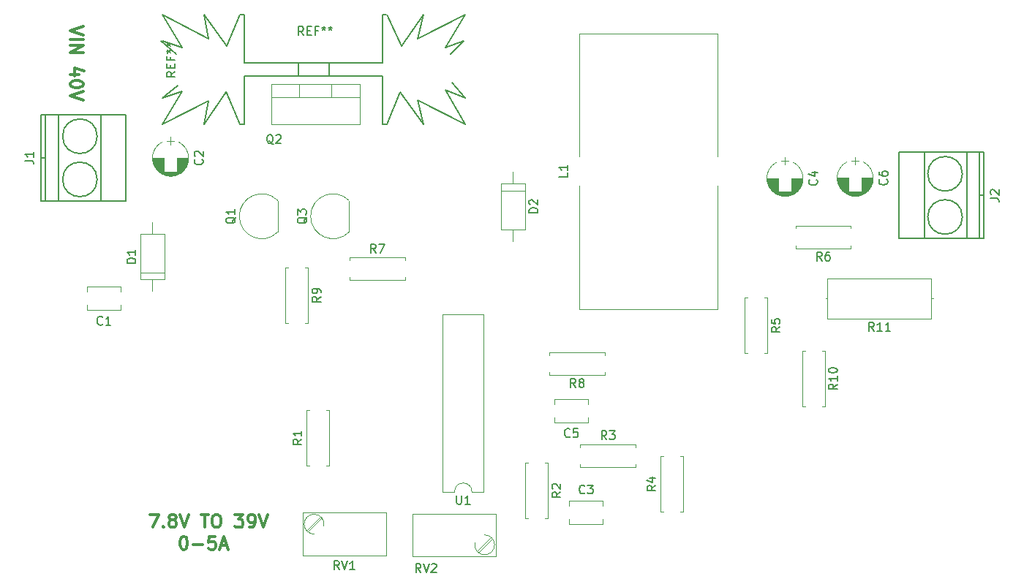
<source format=gbr>
G04 #@! TF.FileFunction,Legend,Top*
%FSLAX46Y46*%
G04 Gerber Fmt 4.6, Leading zero omitted, Abs format (unit mm)*
G04 Created by KiCad (PCBNEW 4.0.6) date 09/23/17 02:02:46*
%MOMM*%
%LPD*%
G01*
G04 APERTURE LIST*
%ADD10C,0.100000*%
%ADD11C,0.300000*%
%ADD12C,0.120000*%
%ADD13C,0.150000*%
G04 APERTURE END LIST*
D10*
D11*
X90572487Y-102449971D02*
X91572487Y-102449971D01*
X90929630Y-103949971D01*
X92143915Y-103807114D02*
X92215343Y-103878543D01*
X92143915Y-103949971D01*
X92072486Y-103878543D01*
X92143915Y-103807114D01*
X92143915Y-103949971D01*
X93072487Y-103092829D02*
X92929629Y-103021400D01*
X92858201Y-102949971D01*
X92786772Y-102807114D01*
X92786772Y-102735686D01*
X92858201Y-102592829D01*
X92929629Y-102521400D01*
X93072487Y-102449971D01*
X93358201Y-102449971D01*
X93501058Y-102521400D01*
X93572487Y-102592829D01*
X93643915Y-102735686D01*
X93643915Y-102807114D01*
X93572487Y-102949971D01*
X93501058Y-103021400D01*
X93358201Y-103092829D01*
X93072487Y-103092829D01*
X92929629Y-103164257D01*
X92858201Y-103235686D01*
X92786772Y-103378543D01*
X92786772Y-103664257D01*
X92858201Y-103807114D01*
X92929629Y-103878543D01*
X93072487Y-103949971D01*
X93358201Y-103949971D01*
X93501058Y-103878543D01*
X93572487Y-103807114D01*
X93643915Y-103664257D01*
X93643915Y-103378543D01*
X93572487Y-103235686D01*
X93501058Y-103164257D01*
X93358201Y-103092829D01*
X94072486Y-102449971D02*
X94572486Y-103949971D01*
X95072486Y-102449971D01*
X96501057Y-102449971D02*
X97358200Y-102449971D01*
X96929629Y-103949971D02*
X96929629Y-102449971D01*
X98143914Y-102449971D02*
X98429628Y-102449971D01*
X98572486Y-102521400D01*
X98715343Y-102664257D01*
X98786771Y-102949971D01*
X98786771Y-103449971D01*
X98715343Y-103735686D01*
X98572486Y-103878543D01*
X98429628Y-103949971D01*
X98143914Y-103949971D01*
X98001057Y-103878543D01*
X97858200Y-103735686D01*
X97786771Y-103449971D01*
X97786771Y-102949971D01*
X97858200Y-102664257D01*
X98001057Y-102521400D01*
X98143914Y-102449971D01*
X100429629Y-102449971D02*
X101358200Y-102449971D01*
X100858200Y-103021400D01*
X101072486Y-103021400D01*
X101215343Y-103092829D01*
X101286772Y-103164257D01*
X101358200Y-103307114D01*
X101358200Y-103664257D01*
X101286772Y-103807114D01*
X101215343Y-103878543D01*
X101072486Y-103949971D01*
X100643914Y-103949971D01*
X100501057Y-103878543D01*
X100429629Y-103807114D01*
X102072485Y-103949971D02*
X102358200Y-103949971D01*
X102501057Y-103878543D01*
X102572485Y-103807114D01*
X102715343Y-103592829D01*
X102786771Y-103307114D01*
X102786771Y-102735686D01*
X102715343Y-102592829D01*
X102643914Y-102521400D01*
X102501057Y-102449971D01*
X102215343Y-102449971D01*
X102072485Y-102521400D01*
X102001057Y-102592829D01*
X101929628Y-102735686D01*
X101929628Y-103092829D01*
X102001057Y-103235686D01*
X102072485Y-103307114D01*
X102215343Y-103378543D01*
X102501057Y-103378543D01*
X102643914Y-103307114D01*
X102715343Y-103235686D01*
X102786771Y-103092829D01*
X103215342Y-102449971D02*
X103715342Y-103949971D01*
X104215342Y-102449971D01*
X94429629Y-104999971D02*
X94572486Y-104999971D01*
X94715343Y-105071400D01*
X94786772Y-105142829D01*
X94858201Y-105285686D01*
X94929629Y-105571400D01*
X94929629Y-105928543D01*
X94858201Y-106214257D01*
X94786772Y-106357114D01*
X94715343Y-106428543D01*
X94572486Y-106499971D01*
X94429629Y-106499971D01*
X94286772Y-106428543D01*
X94215343Y-106357114D01*
X94143915Y-106214257D01*
X94072486Y-105928543D01*
X94072486Y-105571400D01*
X94143915Y-105285686D01*
X94215343Y-105142829D01*
X94286772Y-105071400D01*
X94429629Y-104999971D01*
X95572486Y-105928543D02*
X96715343Y-105928543D01*
X98143915Y-104999971D02*
X97429629Y-104999971D01*
X97358200Y-105714257D01*
X97429629Y-105642829D01*
X97572486Y-105571400D01*
X97929629Y-105571400D01*
X98072486Y-105642829D01*
X98143915Y-105714257D01*
X98215343Y-105857114D01*
X98215343Y-106214257D01*
X98143915Y-106357114D01*
X98072486Y-106428543D01*
X97929629Y-106499971D01*
X97572486Y-106499971D01*
X97429629Y-106428543D01*
X97358200Y-106357114D01*
X98786771Y-106071400D02*
X99501057Y-106071400D01*
X98643914Y-106499971D02*
X99143914Y-104999971D01*
X99643914Y-106499971D01*
X82863429Y-45904686D02*
X81363429Y-46404686D01*
X82863429Y-46904686D01*
X81363429Y-47404686D02*
X82863429Y-47404686D01*
X81363429Y-48118972D02*
X82863429Y-48118972D01*
X81363429Y-48976115D01*
X82863429Y-48976115D01*
X82363429Y-51476115D02*
X81363429Y-51476115D01*
X82934857Y-51118972D02*
X81863429Y-50761829D01*
X81863429Y-51690401D01*
X82863429Y-52547543D02*
X82863429Y-52690400D01*
X82792000Y-52833257D01*
X82720571Y-52904686D01*
X82577714Y-52976115D01*
X82292000Y-53047543D01*
X81934857Y-53047543D01*
X81649143Y-52976115D01*
X81506286Y-52904686D01*
X81434857Y-52833257D01*
X81363429Y-52690400D01*
X81363429Y-52547543D01*
X81434857Y-52404686D01*
X81506286Y-52333257D01*
X81649143Y-52261829D01*
X81934857Y-52190400D01*
X82292000Y-52190400D01*
X82577714Y-52261829D01*
X82720571Y-52333257D01*
X82792000Y-52404686D01*
X82863429Y-52547543D01*
X82863429Y-53476114D02*
X81363429Y-53976114D01*
X82863429Y-54476114D01*
D12*
X87222400Y-78804600D02*
X83302400Y-78804600D01*
X87222400Y-76084600D02*
X83302400Y-76084600D01*
X87222400Y-78804600D02*
X87222400Y-78194600D01*
X87222400Y-76694600D02*
X87222400Y-76084600D01*
X83302400Y-78804600D02*
X83302400Y-78194600D01*
X83302400Y-76694600D02*
X83302400Y-76084600D01*
X93943170Y-63023036D02*
G75*
G03X93944000Y-59330604I-979170J1846436D01*
G01*
X91984830Y-63023036D02*
G75*
G02X91984000Y-59330604I979170J1846436D01*
G01*
X91984830Y-63023036D02*
G75*
G03X93944000Y-63022596I979170J1846436D01*
G01*
X92184000Y-61176600D02*
X90914000Y-61176600D01*
X95014000Y-61176600D02*
X93744000Y-61176600D01*
X95014000Y-61216600D02*
X93744000Y-61216600D01*
X92184000Y-61216600D02*
X90914000Y-61216600D01*
X95013000Y-61256600D02*
X93744000Y-61256600D01*
X92184000Y-61256600D02*
X90915000Y-61256600D01*
X95011000Y-61296600D02*
X93744000Y-61296600D01*
X92184000Y-61296600D02*
X90917000Y-61296600D01*
X95008000Y-61336600D02*
X93744000Y-61336600D01*
X92184000Y-61336600D02*
X90920000Y-61336600D01*
X95005000Y-61376600D02*
X93744000Y-61376600D01*
X92184000Y-61376600D02*
X90923000Y-61376600D01*
X95001000Y-61416600D02*
X93744000Y-61416600D01*
X92184000Y-61416600D02*
X90927000Y-61416600D01*
X94996000Y-61456600D02*
X93744000Y-61456600D01*
X92184000Y-61456600D02*
X90932000Y-61456600D01*
X94990000Y-61496600D02*
X93744000Y-61496600D01*
X92184000Y-61496600D02*
X90938000Y-61496600D01*
X94983000Y-61536600D02*
X93744000Y-61536600D01*
X92184000Y-61536600D02*
X90945000Y-61536600D01*
X94976000Y-61576600D02*
X93744000Y-61576600D01*
X92184000Y-61576600D02*
X90952000Y-61576600D01*
X94968000Y-61616600D02*
X93744000Y-61616600D01*
X92184000Y-61616600D02*
X90960000Y-61616600D01*
X94959000Y-61656600D02*
X93744000Y-61656600D01*
X92184000Y-61656600D02*
X90969000Y-61656600D01*
X94949000Y-61696600D02*
X93744000Y-61696600D01*
X92184000Y-61696600D02*
X90979000Y-61696600D01*
X94938000Y-61736600D02*
X93744000Y-61736600D01*
X92184000Y-61736600D02*
X90990000Y-61736600D01*
X94927000Y-61776600D02*
X93744000Y-61776600D01*
X92184000Y-61776600D02*
X91001000Y-61776600D01*
X94914000Y-61816600D02*
X93744000Y-61816600D01*
X92184000Y-61816600D02*
X91014000Y-61816600D01*
X94901000Y-61856600D02*
X93744000Y-61856600D01*
X92184000Y-61856600D02*
X91027000Y-61856600D01*
X94887000Y-61897600D02*
X93744000Y-61897600D01*
X92184000Y-61897600D02*
X91041000Y-61897600D01*
X94871000Y-61937600D02*
X93744000Y-61937600D01*
X92184000Y-61937600D02*
X91057000Y-61937600D01*
X94855000Y-61977600D02*
X93744000Y-61977600D01*
X92184000Y-61977600D02*
X91073000Y-61977600D01*
X94838000Y-62017600D02*
X93744000Y-62017600D01*
X92184000Y-62017600D02*
X91090000Y-62017600D01*
X94820000Y-62057600D02*
X93744000Y-62057600D01*
X92184000Y-62057600D02*
X91108000Y-62057600D01*
X94801000Y-62097600D02*
X93744000Y-62097600D01*
X92184000Y-62097600D02*
X91127000Y-62097600D01*
X94781000Y-62137600D02*
X93744000Y-62137600D01*
X92184000Y-62137600D02*
X91147000Y-62137600D01*
X94760000Y-62177600D02*
X93744000Y-62177600D01*
X92184000Y-62177600D02*
X91168000Y-62177600D01*
X94737000Y-62217600D02*
X93744000Y-62217600D01*
X92184000Y-62217600D02*
X91191000Y-62217600D01*
X94714000Y-62257600D02*
X93744000Y-62257600D01*
X92184000Y-62257600D02*
X91214000Y-62257600D01*
X94689000Y-62297600D02*
X93744000Y-62297600D01*
X92184000Y-62297600D02*
X91239000Y-62297600D01*
X94663000Y-62337600D02*
X93744000Y-62337600D01*
X92184000Y-62337600D02*
X91265000Y-62337600D01*
X94636000Y-62377600D02*
X93744000Y-62377600D01*
X92184000Y-62377600D02*
X91292000Y-62377600D01*
X94607000Y-62417600D02*
X93744000Y-62417600D01*
X92184000Y-62417600D02*
X91321000Y-62417600D01*
X94577000Y-62457600D02*
X93744000Y-62457600D01*
X92184000Y-62457600D02*
X91351000Y-62457600D01*
X94545000Y-62497600D02*
X93744000Y-62497600D01*
X92184000Y-62497600D02*
X91383000Y-62497600D01*
X94511000Y-62537600D02*
X93744000Y-62537600D01*
X92184000Y-62537600D02*
X91417000Y-62537600D01*
X94476000Y-62577600D02*
X93744000Y-62577600D01*
X92184000Y-62577600D02*
X91452000Y-62577600D01*
X94439000Y-62617600D02*
X93744000Y-62617600D01*
X92184000Y-62617600D02*
X91489000Y-62617600D01*
X94400000Y-62657600D02*
X93744000Y-62657600D01*
X92184000Y-62657600D02*
X91528000Y-62657600D01*
X94359000Y-62697600D02*
X93744000Y-62697600D01*
X92184000Y-62697600D02*
X91569000Y-62697600D01*
X94315000Y-62737600D02*
X91613000Y-62737600D01*
X94269000Y-62777600D02*
X91659000Y-62777600D01*
X94220000Y-62817600D02*
X91708000Y-62817600D01*
X94168000Y-62857600D02*
X91760000Y-62857600D01*
X94112000Y-62897600D02*
X91816000Y-62897600D01*
X94052000Y-62937600D02*
X91876000Y-62937600D01*
X93987000Y-62977600D02*
X91941000Y-62977600D01*
X93916000Y-63017600D02*
X92012000Y-63017600D01*
X93838000Y-63057600D02*
X92090000Y-63057600D01*
X93750000Y-63097600D02*
X92178000Y-63097600D01*
X93650000Y-63137600D02*
X92278000Y-63137600D01*
X93531000Y-63177600D02*
X92397000Y-63177600D01*
X93379000Y-63217600D02*
X92549000Y-63217600D01*
X93129000Y-63257600D02*
X92799000Y-63257600D01*
X92964000Y-58726600D02*
X92964000Y-59626600D01*
X93414000Y-59176600D02*
X92514000Y-59176600D01*
X139117000Y-100849600D02*
X143037000Y-100849600D01*
X139117000Y-103569600D02*
X143037000Y-103569600D01*
X139117000Y-100849600D02*
X139117000Y-101459600D01*
X139117000Y-102959600D02*
X139117000Y-103569600D01*
X143037000Y-100849600D02*
X143037000Y-101459600D01*
X143037000Y-102959600D02*
X143037000Y-103569600D01*
X165063170Y-65359836D02*
G75*
G03X165064000Y-61667404I-979170J1846436D01*
G01*
X163104830Y-65359836D02*
G75*
G02X163104000Y-61667404I979170J1846436D01*
G01*
X163104830Y-65359836D02*
G75*
G03X165064000Y-65359396I979170J1846436D01*
G01*
X163304000Y-63513400D02*
X162034000Y-63513400D01*
X166134000Y-63513400D02*
X164864000Y-63513400D01*
X166134000Y-63553400D02*
X164864000Y-63553400D01*
X163304000Y-63553400D02*
X162034000Y-63553400D01*
X166133000Y-63593400D02*
X164864000Y-63593400D01*
X163304000Y-63593400D02*
X162035000Y-63593400D01*
X166131000Y-63633400D02*
X164864000Y-63633400D01*
X163304000Y-63633400D02*
X162037000Y-63633400D01*
X166128000Y-63673400D02*
X164864000Y-63673400D01*
X163304000Y-63673400D02*
X162040000Y-63673400D01*
X166125000Y-63713400D02*
X164864000Y-63713400D01*
X163304000Y-63713400D02*
X162043000Y-63713400D01*
X166121000Y-63753400D02*
X164864000Y-63753400D01*
X163304000Y-63753400D02*
X162047000Y-63753400D01*
X166116000Y-63793400D02*
X164864000Y-63793400D01*
X163304000Y-63793400D02*
X162052000Y-63793400D01*
X166110000Y-63833400D02*
X164864000Y-63833400D01*
X163304000Y-63833400D02*
X162058000Y-63833400D01*
X166103000Y-63873400D02*
X164864000Y-63873400D01*
X163304000Y-63873400D02*
X162065000Y-63873400D01*
X166096000Y-63913400D02*
X164864000Y-63913400D01*
X163304000Y-63913400D02*
X162072000Y-63913400D01*
X166088000Y-63953400D02*
X164864000Y-63953400D01*
X163304000Y-63953400D02*
X162080000Y-63953400D01*
X166079000Y-63993400D02*
X164864000Y-63993400D01*
X163304000Y-63993400D02*
X162089000Y-63993400D01*
X166069000Y-64033400D02*
X164864000Y-64033400D01*
X163304000Y-64033400D02*
X162099000Y-64033400D01*
X166058000Y-64073400D02*
X164864000Y-64073400D01*
X163304000Y-64073400D02*
X162110000Y-64073400D01*
X166047000Y-64113400D02*
X164864000Y-64113400D01*
X163304000Y-64113400D02*
X162121000Y-64113400D01*
X166034000Y-64153400D02*
X164864000Y-64153400D01*
X163304000Y-64153400D02*
X162134000Y-64153400D01*
X166021000Y-64193400D02*
X164864000Y-64193400D01*
X163304000Y-64193400D02*
X162147000Y-64193400D01*
X166007000Y-64234400D02*
X164864000Y-64234400D01*
X163304000Y-64234400D02*
X162161000Y-64234400D01*
X165991000Y-64274400D02*
X164864000Y-64274400D01*
X163304000Y-64274400D02*
X162177000Y-64274400D01*
X165975000Y-64314400D02*
X164864000Y-64314400D01*
X163304000Y-64314400D02*
X162193000Y-64314400D01*
X165958000Y-64354400D02*
X164864000Y-64354400D01*
X163304000Y-64354400D02*
X162210000Y-64354400D01*
X165940000Y-64394400D02*
X164864000Y-64394400D01*
X163304000Y-64394400D02*
X162228000Y-64394400D01*
X165921000Y-64434400D02*
X164864000Y-64434400D01*
X163304000Y-64434400D02*
X162247000Y-64434400D01*
X165901000Y-64474400D02*
X164864000Y-64474400D01*
X163304000Y-64474400D02*
X162267000Y-64474400D01*
X165880000Y-64514400D02*
X164864000Y-64514400D01*
X163304000Y-64514400D02*
X162288000Y-64514400D01*
X165857000Y-64554400D02*
X164864000Y-64554400D01*
X163304000Y-64554400D02*
X162311000Y-64554400D01*
X165834000Y-64594400D02*
X164864000Y-64594400D01*
X163304000Y-64594400D02*
X162334000Y-64594400D01*
X165809000Y-64634400D02*
X164864000Y-64634400D01*
X163304000Y-64634400D02*
X162359000Y-64634400D01*
X165783000Y-64674400D02*
X164864000Y-64674400D01*
X163304000Y-64674400D02*
X162385000Y-64674400D01*
X165756000Y-64714400D02*
X164864000Y-64714400D01*
X163304000Y-64714400D02*
X162412000Y-64714400D01*
X165727000Y-64754400D02*
X164864000Y-64754400D01*
X163304000Y-64754400D02*
X162441000Y-64754400D01*
X165697000Y-64794400D02*
X164864000Y-64794400D01*
X163304000Y-64794400D02*
X162471000Y-64794400D01*
X165665000Y-64834400D02*
X164864000Y-64834400D01*
X163304000Y-64834400D02*
X162503000Y-64834400D01*
X165631000Y-64874400D02*
X164864000Y-64874400D01*
X163304000Y-64874400D02*
X162537000Y-64874400D01*
X165596000Y-64914400D02*
X164864000Y-64914400D01*
X163304000Y-64914400D02*
X162572000Y-64914400D01*
X165559000Y-64954400D02*
X164864000Y-64954400D01*
X163304000Y-64954400D02*
X162609000Y-64954400D01*
X165520000Y-64994400D02*
X164864000Y-64994400D01*
X163304000Y-64994400D02*
X162648000Y-64994400D01*
X165479000Y-65034400D02*
X164864000Y-65034400D01*
X163304000Y-65034400D02*
X162689000Y-65034400D01*
X165435000Y-65074400D02*
X162733000Y-65074400D01*
X165389000Y-65114400D02*
X162779000Y-65114400D01*
X165340000Y-65154400D02*
X162828000Y-65154400D01*
X165288000Y-65194400D02*
X162880000Y-65194400D01*
X165232000Y-65234400D02*
X162936000Y-65234400D01*
X165172000Y-65274400D02*
X162996000Y-65274400D01*
X165107000Y-65314400D02*
X163061000Y-65314400D01*
X165036000Y-65354400D02*
X163132000Y-65354400D01*
X164958000Y-65394400D02*
X163210000Y-65394400D01*
X164870000Y-65434400D02*
X163298000Y-65434400D01*
X164770000Y-65474400D02*
X163398000Y-65474400D01*
X164651000Y-65514400D02*
X163517000Y-65514400D01*
X164499000Y-65554400D02*
X163669000Y-65554400D01*
X164249000Y-65594400D02*
X163919000Y-65594400D01*
X164084000Y-61063400D02*
X164084000Y-61963400D01*
X164534000Y-61513400D02*
X163634000Y-61513400D01*
X141324400Y-91809400D02*
X137404400Y-91809400D01*
X141324400Y-89089400D02*
X137404400Y-89089400D01*
X141324400Y-91809400D02*
X141324400Y-91199400D01*
X141324400Y-89699400D02*
X141324400Y-89089400D01*
X137404400Y-91809400D02*
X137404400Y-91199400D01*
X137404400Y-89699400D02*
X137404400Y-89089400D01*
X173191170Y-65334436D02*
G75*
G03X173192000Y-61642004I-979170J1846436D01*
G01*
X171232830Y-65334436D02*
G75*
G02X171232000Y-61642004I979170J1846436D01*
G01*
X171232830Y-65334436D02*
G75*
G03X173192000Y-65333996I979170J1846436D01*
G01*
X171432000Y-63488000D02*
X170162000Y-63488000D01*
X174262000Y-63488000D02*
X172992000Y-63488000D01*
X174262000Y-63528000D02*
X172992000Y-63528000D01*
X171432000Y-63528000D02*
X170162000Y-63528000D01*
X174261000Y-63568000D02*
X172992000Y-63568000D01*
X171432000Y-63568000D02*
X170163000Y-63568000D01*
X174259000Y-63608000D02*
X172992000Y-63608000D01*
X171432000Y-63608000D02*
X170165000Y-63608000D01*
X174256000Y-63648000D02*
X172992000Y-63648000D01*
X171432000Y-63648000D02*
X170168000Y-63648000D01*
X174253000Y-63688000D02*
X172992000Y-63688000D01*
X171432000Y-63688000D02*
X170171000Y-63688000D01*
X174249000Y-63728000D02*
X172992000Y-63728000D01*
X171432000Y-63728000D02*
X170175000Y-63728000D01*
X174244000Y-63768000D02*
X172992000Y-63768000D01*
X171432000Y-63768000D02*
X170180000Y-63768000D01*
X174238000Y-63808000D02*
X172992000Y-63808000D01*
X171432000Y-63808000D02*
X170186000Y-63808000D01*
X174231000Y-63848000D02*
X172992000Y-63848000D01*
X171432000Y-63848000D02*
X170193000Y-63848000D01*
X174224000Y-63888000D02*
X172992000Y-63888000D01*
X171432000Y-63888000D02*
X170200000Y-63888000D01*
X174216000Y-63928000D02*
X172992000Y-63928000D01*
X171432000Y-63928000D02*
X170208000Y-63928000D01*
X174207000Y-63968000D02*
X172992000Y-63968000D01*
X171432000Y-63968000D02*
X170217000Y-63968000D01*
X174197000Y-64008000D02*
X172992000Y-64008000D01*
X171432000Y-64008000D02*
X170227000Y-64008000D01*
X174186000Y-64048000D02*
X172992000Y-64048000D01*
X171432000Y-64048000D02*
X170238000Y-64048000D01*
X174175000Y-64088000D02*
X172992000Y-64088000D01*
X171432000Y-64088000D02*
X170249000Y-64088000D01*
X174162000Y-64128000D02*
X172992000Y-64128000D01*
X171432000Y-64128000D02*
X170262000Y-64128000D01*
X174149000Y-64168000D02*
X172992000Y-64168000D01*
X171432000Y-64168000D02*
X170275000Y-64168000D01*
X174135000Y-64209000D02*
X172992000Y-64209000D01*
X171432000Y-64209000D02*
X170289000Y-64209000D01*
X174119000Y-64249000D02*
X172992000Y-64249000D01*
X171432000Y-64249000D02*
X170305000Y-64249000D01*
X174103000Y-64289000D02*
X172992000Y-64289000D01*
X171432000Y-64289000D02*
X170321000Y-64289000D01*
X174086000Y-64329000D02*
X172992000Y-64329000D01*
X171432000Y-64329000D02*
X170338000Y-64329000D01*
X174068000Y-64369000D02*
X172992000Y-64369000D01*
X171432000Y-64369000D02*
X170356000Y-64369000D01*
X174049000Y-64409000D02*
X172992000Y-64409000D01*
X171432000Y-64409000D02*
X170375000Y-64409000D01*
X174029000Y-64449000D02*
X172992000Y-64449000D01*
X171432000Y-64449000D02*
X170395000Y-64449000D01*
X174008000Y-64489000D02*
X172992000Y-64489000D01*
X171432000Y-64489000D02*
X170416000Y-64489000D01*
X173985000Y-64529000D02*
X172992000Y-64529000D01*
X171432000Y-64529000D02*
X170439000Y-64529000D01*
X173962000Y-64569000D02*
X172992000Y-64569000D01*
X171432000Y-64569000D02*
X170462000Y-64569000D01*
X173937000Y-64609000D02*
X172992000Y-64609000D01*
X171432000Y-64609000D02*
X170487000Y-64609000D01*
X173911000Y-64649000D02*
X172992000Y-64649000D01*
X171432000Y-64649000D02*
X170513000Y-64649000D01*
X173884000Y-64689000D02*
X172992000Y-64689000D01*
X171432000Y-64689000D02*
X170540000Y-64689000D01*
X173855000Y-64729000D02*
X172992000Y-64729000D01*
X171432000Y-64729000D02*
X170569000Y-64729000D01*
X173825000Y-64769000D02*
X172992000Y-64769000D01*
X171432000Y-64769000D02*
X170599000Y-64769000D01*
X173793000Y-64809000D02*
X172992000Y-64809000D01*
X171432000Y-64809000D02*
X170631000Y-64809000D01*
X173759000Y-64849000D02*
X172992000Y-64849000D01*
X171432000Y-64849000D02*
X170665000Y-64849000D01*
X173724000Y-64889000D02*
X172992000Y-64889000D01*
X171432000Y-64889000D02*
X170700000Y-64889000D01*
X173687000Y-64929000D02*
X172992000Y-64929000D01*
X171432000Y-64929000D02*
X170737000Y-64929000D01*
X173648000Y-64969000D02*
X172992000Y-64969000D01*
X171432000Y-64969000D02*
X170776000Y-64969000D01*
X173607000Y-65009000D02*
X172992000Y-65009000D01*
X171432000Y-65009000D02*
X170817000Y-65009000D01*
X173563000Y-65049000D02*
X170861000Y-65049000D01*
X173517000Y-65089000D02*
X170907000Y-65089000D01*
X173468000Y-65129000D02*
X170956000Y-65129000D01*
X173416000Y-65169000D02*
X171008000Y-65169000D01*
X173360000Y-65209000D02*
X171064000Y-65209000D01*
X173300000Y-65249000D02*
X171124000Y-65249000D01*
X173235000Y-65289000D02*
X171189000Y-65289000D01*
X173164000Y-65329000D02*
X171260000Y-65329000D01*
X173086000Y-65369000D02*
X171338000Y-65369000D01*
X172998000Y-65409000D02*
X171426000Y-65409000D01*
X172898000Y-65449000D02*
X171526000Y-65449000D01*
X172779000Y-65489000D02*
X171645000Y-65489000D01*
X172627000Y-65529000D02*
X171797000Y-65529000D01*
X172377000Y-65569000D02*
X172047000Y-65569000D01*
X172212000Y-61038000D02*
X172212000Y-61938000D01*
X172662000Y-61488000D02*
X171762000Y-61488000D01*
X89471200Y-75253200D02*
X92291200Y-75253200D01*
X92291200Y-75253200D02*
X92291200Y-69933200D01*
X92291200Y-69933200D02*
X89471200Y-69933200D01*
X89471200Y-69933200D02*
X89471200Y-75253200D01*
X90881200Y-76593200D02*
X90881200Y-75253200D01*
X90881200Y-68593200D02*
X90881200Y-69933200D01*
X89471200Y-74413200D02*
X92291200Y-74413200D01*
X134023400Y-64116600D02*
X131203400Y-64116600D01*
X131203400Y-64116600D02*
X131203400Y-69436600D01*
X131203400Y-69436600D02*
X134023400Y-69436600D01*
X134023400Y-69436600D02*
X134023400Y-64116600D01*
X132613400Y-62776600D02*
X132613400Y-64116600D01*
X132613400Y-70776600D02*
X132613400Y-69436600D01*
X134023400Y-64956600D02*
X131203400Y-64956600D01*
D13*
X78475400Y-61148600D02*
X77975400Y-61148600D01*
X84475400Y-63648600D02*
G75*
G03X84475400Y-63648600I-2000000J0D01*
G01*
X84475400Y-58648600D02*
G75*
G03X84475400Y-58648600I-2000000J0D01*
G01*
X79975400Y-56148600D02*
X79975400Y-66148600D01*
X84875400Y-56148600D02*
X84875400Y-66148600D01*
X78475400Y-56148600D02*
X78475400Y-66148600D01*
X77975400Y-56148600D02*
X77975400Y-66148600D01*
X77975400Y-66148600D02*
X87775400Y-66148600D01*
X87775400Y-66148600D02*
X87775400Y-56148600D01*
X87775400Y-56148600D02*
X77975400Y-56148600D01*
X186624400Y-65495800D02*
X187124400Y-65495800D01*
X184624400Y-62995800D02*
G75*
G03X184624400Y-62995800I-2000000J0D01*
G01*
X184624400Y-67995800D02*
G75*
G03X184624400Y-67995800I-2000000J0D01*
G01*
X185124400Y-70495800D02*
X185124400Y-60495800D01*
X180224400Y-70495800D02*
X180224400Y-60495800D01*
X186624400Y-70495800D02*
X186624400Y-60495800D01*
X187124400Y-70495800D02*
X187124400Y-60495800D01*
X187124400Y-60495800D02*
X177324400Y-60495800D01*
X177324400Y-60495800D02*
X177324400Y-70495800D01*
X177324400Y-70495800D02*
X187124400Y-70495800D01*
D12*
X140294200Y-78647200D02*
X140294200Y-64417200D01*
X140294200Y-60957200D02*
X140294200Y-46727200D01*
X156314200Y-78647200D02*
X156314200Y-64417200D01*
X156314200Y-60957200D02*
X156314200Y-46727200D01*
X140294200Y-78647200D02*
X156314200Y-78647200D01*
X140294200Y-46727200D02*
X156314200Y-46727200D01*
X105380400Y-69719600D02*
X105380400Y-66119600D01*
X105368878Y-69758078D02*
G75*
G02X100930400Y-67919600I-1838478J1838478D01*
G01*
X105368878Y-66081122D02*
G75*
G03X100930400Y-67919600I-1838478J-1838478D01*
G01*
X104608000Y-52625000D02*
X114848000Y-52625000D01*
X104608000Y-57266000D02*
X114848000Y-57266000D01*
X104608000Y-52625000D02*
X104608000Y-57266000D01*
X114848000Y-52625000D02*
X114848000Y-57266000D01*
X104608000Y-54135000D02*
X114848000Y-54135000D01*
X107878000Y-52625000D02*
X107878000Y-54135000D01*
X111579000Y-52625000D02*
X111579000Y-54135000D01*
X113635400Y-69719600D02*
X113635400Y-66119600D01*
X113623878Y-69758078D02*
G75*
G02X109185400Y-67919600I-1838478J1838478D01*
G01*
X113623878Y-66081122D02*
G75*
G03X109185400Y-67919600I-1838478J-1838478D01*
G01*
X109027400Y-96783600D02*
X108697400Y-96783600D01*
X108697400Y-96783600D02*
X108697400Y-90363600D01*
X108697400Y-90363600D02*
X109027400Y-90363600D01*
X110987400Y-96783600D02*
X111317400Y-96783600D01*
X111317400Y-96783600D02*
X111317400Y-90363600D01*
X111317400Y-90363600D02*
X110987400Y-90363600D01*
X136336600Y-96485000D02*
X136666600Y-96485000D01*
X136666600Y-96485000D02*
X136666600Y-102905000D01*
X136666600Y-102905000D02*
X136336600Y-102905000D01*
X134376600Y-96485000D02*
X134046600Y-96485000D01*
X134046600Y-96485000D02*
X134046600Y-102905000D01*
X134046600Y-102905000D02*
X134376600Y-102905000D01*
X140401600Y-94651000D02*
X140401600Y-94321000D01*
X140401600Y-94321000D02*
X146821600Y-94321000D01*
X146821600Y-94321000D02*
X146821600Y-94651000D01*
X140401600Y-96611000D02*
X140401600Y-96941000D01*
X140401600Y-96941000D02*
X146821600Y-96941000D01*
X146821600Y-96941000D02*
X146821600Y-96611000D01*
X149997600Y-102143000D02*
X149667600Y-102143000D01*
X149667600Y-102143000D02*
X149667600Y-95723000D01*
X149667600Y-95723000D02*
X149997600Y-95723000D01*
X151957600Y-102143000D02*
X152287600Y-102143000D01*
X152287600Y-102143000D02*
X152287600Y-95723000D01*
X152287600Y-95723000D02*
X151957600Y-95723000D01*
X161736600Y-77358800D02*
X162066600Y-77358800D01*
X162066600Y-77358800D02*
X162066600Y-83778800D01*
X162066600Y-83778800D02*
X161736600Y-83778800D01*
X159776600Y-77358800D02*
X159446600Y-77358800D01*
X159446600Y-77358800D02*
X159446600Y-83778800D01*
X159446600Y-83778800D02*
X159776600Y-83778800D01*
X171739000Y-71287200D02*
X171739000Y-71617200D01*
X171739000Y-71617200D02*
X165319000Y-71617200D01*
X165319000Y-71617200D02*
X165319000Y-71287200D01*
X171739000Y-69327200D02*
X171739000Y-68997200D01*
X171739000Y-68997200D02*
X165319000Y-68997200D01*
X165319000Y-68997200D02*
X165319000Y-69327200D01*
X113680800Y-73035600D02*
X113680800Y-72705600D01*
X113680800Y-72705600D02*
X120100800Y-72705600D01*
X120100800Y-72705600D02*
X120100800Y-73035600D01*
X113680800Y-74995600D02*
X113680800Y-75325600D01*
X113680800Y-75325600D02*
X120100800Y-75325600D01*
X120100800Y-75325600D02*
X120100800Y-74995600D01*
X143240200Y-85943000D02*
X143240200Y-86273000D01*
X143240200Y-86273000D02*
X136820200Y-86273000D01*
X136820200Y-86273000D02*
X136820200Y-85943000D01*
X143240200Y-83983000D02*
X143240200Y-83653000D01*
X143240200Y-83653000D02*
X136820200Y-83653000D01*
X136820200Y-83653000D02*
X136820200Y-83983000D01*
X108574400Y-73853600D02*
X108904400Y-73853600D01*
X108904400Y-73853600D02*
X108904400Y-80273600D01*
X108904400Y-80273600D02*
X108574400Y-80273600D01*
X106614400Y-73853600D02*
X106284400Y-73853600D01*
X106284400Y-73853600D02*
X106284400Y-80273600D01*
X106284400Y-80273600D02*
X106614400Y-80273600D01*
X168366000Y-83531000D02*
X168696000Y-83531000D01*
X168696000Y-83531000D02*
X168696000Y-89951000D01*
X168696000Y-89951000D02*
X168366000Y-89951000D01*
X166406000Y-83531000D02*
X166076000Y-83531000D01*
X166076000Y-83531000D02*
X166076000Y-89951000D01*
X166076000Y-89951000D02*
X166406000Y-89951000D01*
X181041400Y-79754600D02*
X181041400Y-75134600D01*
X181041400Y-75134600D02*
X169021400Y-75134600D01*
X169021400Y-75134600D02*
X169021400Y-79754600D01*
X169021400Y-79754600D02*
X181041400Y-79754600D01*
X181271400Y-77444600D02*
X181041400Y-77444600D01*
X168791400Y-77444600D02*
X169021400Y-77444600D01*
X109626109Y-104728496D02*
G75*
G02X109585800Y-102419200I-40309J1154296D01*
G01*
X109565679Y-102420148D02*
G75*
G02X110714800Y-103814200I20121J-1154052D01*
G01*
X117905800Y-107194200D02*
X108255800Y-107194200D01*
X117905800Y-102243200D02*
X108255800Y-102243200D01*
X117905800Y-107194200D02*
X117905800Y-102243200D01*
X108255800Y-107194200D02*
X108255800Y-102243200D01*
X108709800Y-104308200D02*
X110320800Y-102698200D01*
X108849800Y-104449200D02*
X110461800Y-102839200D01*
X129286291Y-104821504D02*
G75*
G02X129326600Y-107130800I40309J-1154296D01*
G01*
X129346721Y-107129852D02*
G75*
G02X128197600Y-105735800I-20121J1154052D01*
G01*
X121006600Y-102355800D02*
X130656600Y-102355800D01*
X121006600Y-107306800D02*
X130656600Y-107306800D01*
X121006600Y-102355800D02*
X121006600Y-107306800D01*
X130656600Y-102355800D02*
X130656600Y-107306800D01*
X130202600Y-105241800D02*
X128591600Y-106851800D01*
X130062600Y-105100800D02*
X128450600Y-106710800D01*
X127847600Y-99815000D02*
X129217600Y-99815000D01*
X129217600Y-99815000D02*
X129217600Y-79255000D01*
X129217600Y-79255000D02*
X124477600Y-79255000D01*
X124477600Y-79255000D02*
X124477600Y-99815000D01*
X124477600Y-99815000D02*
X125847600Y-99815000D01*
X125847600Y-99815000D02*
G75*
G02X127847600Y-99815000I1000000J0D01*
G01*
D13*
X107772200Y-50139600D02*
X107772200Y-51663600D01*
X111328200Y-50139600D02*
X111328200Y-51663600D01*
X101041200Y-57251600D02*
X101549200Y-57251600D01*
X127076200Y-44551600D02*
X121615200Y-47345600D01*
X121615200Y-47345600D02*
X122250200Y-44551600D01*
X99517200Y-48234600D02*
X96850200Y-44551600D01*
X96850200Y-44551600D02*
X97358200Y-47345600D01*
X97358200Y-47345600D02*
X92024200Y-44551600D01*
X99390200Y-53568600D02*
X96850200Y-57251600D01*
X96850200Y-57251600D02*
X97358200Y-54584600D01*
X97358200Y-54584600D02*
X92024200Y-57251600D01*
X94310200Y-53441600D02*
X92024200Y-57251600D01*
X94310200Y-48361600D02*
X92024200Y-44551600D01*
X117551200Y-44551600D02*
X117932200Y-44551600D01*
X117551200Y-57251600D02*
X118059200Y-57251600D01*
X119583200Y-53568600D02*
X122250200Y-57251600D01*
X122250200Y-57251600D02*
X121615200Y-54457600D01*
X121615200Y-54457600D02*
X127076200Y-57251600D01*
X124790200Y-53314600D02*
X127076200Y-54203600D01*
X127076200Y-54203600D02*
X125552200Y-52425600D01*
X127076200Y-57251600D02*
X124790200Y-53314600D01*
X124790200Y-48361600D02*
X126949200Y-47599600D01*
X126949200Y-47599600D02*
X125425200Y-49123600D01*
X127076200Y-44551600D02*
X124790200Y-48361600D01*
X119710200Y-48234600D02*
X122250200Y-44551600D01*
X118059200Y-57251600D02*
X119583200Y-53568600D01*
X118059200Y-44551600D02*
X119710200Y-48234600D01*
X101041200Y-57251600D02*
X99390200Y-53441600D01*
X101549200Y-44551600D02*
X101041200Y-44551600D01*
X101041200Y-44551600D02*
X99517200Y-48234600D01*
X92024200Y-54203600D02*
X93802200Y-52806600D01*
X91897200Y-47599600D02*
X93675200Y-49123600D01*
X92024200Y-54203600D02*
X94310200Y-53441600D01*
X92024200Y-47599600D02*
X94310200Y-48361600D01*
X109550200Y-51663600D02*
X101549200Y-51663600D01*
X101549200Y-51663600D02*
X101549200Y-57251600D01*
X109550200Y-51663600D02*
X117551200Y-51663600D01*
X117551200Y-51663600D02*
X117551200Y-57251600D01*
X109550200Y-50139600D02*
X101549200Y-50139600D01*
X101549200Y-50139600D02*
X101549200Y-44551600D01*
X109550200Y-50139600D02*
X117551200Y-50139600D01*
X117551200Y-50139600D02*
X117551200Y-44551600D01*
X85095734Y-80411743D02*
X85048115Y-80459362D01*
X84905258Y-80506981D01*
X84810020Y-80506981D01*
X84667162Y-80459362D01*
X84571924Y-80364124D01*
X84524305Y-80268886D01*
X84476686Y-80078410D01*
X84476686Y-79935552D01*
X84524305Y-79745076D01*
X84571924Y-79649838D01*
X84667162Y-79554600D01*
X84810020Y-79506981D01*
X84905258Y-79506981D01*
X85048115Y-79554600D01*
X85095734Y-79602219D01*
X86048115Y-80506981D02*
X85476686Y-80506981D01*
X85762400Y-80506981D02*
X85762400Y-79506981D01*
X85667162Y-79649838D01*
X85571924Y-79745076D01*
X85476686Y-79792695D01*
X96631143Y-61343266D02*
X96678762Y-61390885D01*
X96726381Y-61533742D01*
X96726381Y-61628980D01*
X96678762Y-61771838D01*
X96583524Y-61867076D01*
X96488286Y-61914695D01*
X96297810Y-61962314D01*
X96154952Y-61962314D01*
X95964476Y-61914695D01*
X95869238Y-61867076D01*
X95774000Y-61771838D01*
X95726381Y-61628980D01*
X95726381Y-61533742D01*
X95774000Y-61390885D01*
X95821619Y-61343266D01*
X95821619Y-60962314D02*
X95774000Y-60914695D01*
X95726381Y-60819457D01*
X95726381Y-60581361D01*
X95774000Y-60486123D01*
X95821619Y-60438504D01*
X95916857Y-60390885D01*
X96012095Y-60390885D01*
X96154952Y-60438504D01*
X96726381Y-61009933D01*
X96726381Y-60390885D01*
X140910334Y-99956743D02*
X140862715Y-100004362D01*
X140719858Y-100051981D01*
X140624620Y-100051981D01*
X140481762Y-100004362D01*
X140386524Y-99909124D01*
X140338905Y-99813886D01*
X140291286Y-99623410D01*
X140291286Y-99480552D01*
X140338905Y-99290076D01*
X140386524Y-99194838D01*
X140481762Y-99099600D01*
X140624620Y-99051981D01*
X140719858Y-99051981D01*
X140862715Y-99099600D01*
X140910334Y-99147219D01*
X141243667Y-99051981D02*
X141862715Y-99051981D01*
X141529381Y-99432933D01*
X141672239Y-99432933D01*
X141767477Y-99480552D01*
X141815096Y-99528171D01*
X141862715Y-99623410D01*
X141862715Y-99861505D01*
X141815096Y-99956743D01*
X141767477Y-100004362D01*
X141672239Y-100051981D01*
X141386524Y-100051981D01*
X141291286Y-100004362D01*
X141243667Y-99956743D01*
X167751143Y-63680066D02*
X167798762Y-63727685D01*
X167846381Y-63870542D01*
X167846381Y-63965780D01*
X167798762Y-64108638D01*
X167703524Y-64203876D01*
X167608286Y-64251495D01*
X167417810Y-64299114D01*
X167274952Y-64299114D01*
X167084476Y-64251495D01*
X166989238Y-64203876D01*
X166894000Y-64108638D01*
X166846381Y-63965780D01*
X166846381Y-63870542D01*
X166894000Y-63727685D01*
X166941619Y-63680066D01*
X167179714Y-62822923D02*
X167846381Y-62822923D01*
X166798762Y-63061019D02*
X167513048Y-63299114D01*
X167513048Y-62680066D01*
X139197734Y-93416543D02*
X139150115Y-93464162D01*
X139007258Y-93511781D01*
X138912020Y-93511781D01*
X138769162Y-93464162D01*
X138673924Y-93368924D01*
X138626305Y-93273686D01*
X138578686Y-93083210D01*
X138578686Y-92940352D01*
X138626305Y-92749876D01*
X138673924Y-92654638D01*
X138769162Y-92559400D01*
X138912020Y-92511781D01*
X139007258Y-92511781D01*
X139150115Y-92559400D01*
X139197734Y-92607019D01*
X140102496Y-92511781D02*
X139626305Y-92511781D01*
X139578686Y-92987971D01*
X139626305Y-92940352D01*
X139721543Y-92892733D01*
X139959639Y-92892733D01*
X140054877Y-92940352D01*
X140102496Y-92987971D01*
X140150115Y-93083210D01*
X140150115Y-93321305D01*
X140102496Y-93416543D01*
X140054877Y-93464162D01*
X139959639Y-93511781D01*
X139721543Y-93511781D01*
X139626305Y-93464162D01*
X139578686Y-93416543D01*
X175879143Y-63654666D02*
X175926762Y-63702285D01*
X175974381Y-63845142D01*
X175974381Y-63940380D01*
X175926762Y-64083238D01*
X175831524Y-64178476D01*
X175736286Y-64226095D01*
X175545810Y-64273714D01*
X175402952Y-64273714D01*
X175212476Y-64226095D01*
X175117238Y-64178476D01*
X175022000Y-64083238D01*
X174974381Y-63940380D01*
X174974381Y-63845142D01*
X175022000Y-63702285D01*
X175069619Y-63654666D01*
X174974381Y-62797523D02*
X174974381Y-62988000D01*
X175022000Y-63083238D01*
X175069619Y-63130857D01*
X175212476Y-63226095D01*
X175402952Y-63273714D01*
X175783905Y-63273714D01*
X175879143Y-63226095D01*
X175926762Y-63178476D01*
X175974381Y-63083238D01*
X175974381Y-62892761D01*
X175926762Y-62797523D01*
X175879143Y-62749904D01*
X175783905Y-62702285D01*
X175545810Y-62702285D01*
X175450571Y-62749904D01*
X175402952Y-62797523D01*
X175355333Y-62892761D01*
X175355333Y-63083238D01*
X175402952Y-63178476D01*
X175450571Y-63226095D01*
X175545810Y-63273714D01*
X88923581Y-73331295D02*
X87923581Y-73331295D01*
X87923581Y-73093200D01*
X87971200Y-72950342D01*
X88066438Y-72855104D01*
X88161676Y-72807485D01*
X88352152Y-72759866D01*
X88495010Y-72759866D01*
X88685486Y-72807485D01*
X88780724Y-72855104D01*
X88875962Y-72950342D01*
X88923581Y-73093200D01*
X88923581Y-73331295D01*
X88923581Y-71807485D02*
X88923581Y-72378914D01*
X88923581Y-72093200D02*
X87923581Y-72093200D01*
X88066438Y-72188438D01*
X88161676Y-72283676D01*
X88209295Y-72378914D01*
X135475781Y-67514695D02*
X134475781Y-67514695D01*
X134475781Y-67276600D01*
X134523400Y-67133742D01*
X134618638Y-67038504D01*
X134713876Y-66990885D01*
X134904352Y-66943266D01*
X135047210Y-66943266D01*
X135237686Y-66990885D01*
X135332924Y-67038504D01*
X135428162Y-67133742D01*
X135475781Y-67276600D01*
X135475781Y-67514695D01*
X134571019Y-66562314D02*
X134523400Y-66514695D01*
X134475781Y-66419457D01*
X134475781Y-66181361D01*
X134523400Y-66086123D01*
X134571019Y-66038504D01*
X134666257Y-65990885D01*
X134761495Y-65990885D01*
X134904352Y-66038504D01*
X135475781Y-66609933D01*
X135475781Y-65990885D01*
X76127781Y-61481933D02*
X76842067Y-61481933D01*
X76984924Y-61529553D01*
X77080162Y-61624791D01*
X77127781Y-61767648D01*
X77127781Y-61862886D01*
X77127781Y-60481933D02*
X77127781Y-61053362D01*
X77127781Y-60767648D02*
X76127781Y-60767648D01*
X76270638Y-60862886D01*
X76365876Y-60958124D01*
X76413495Y-61053362D01*
X187876781Y-65829133D02*
X188591067Y-65829133D01*
X188733924Y-65876753D01*
X188829162Y-65971991D01*
X188876781Y-66114848D01*
X188876781Y-66210086D01*
X187972019Y-65400562D02*
X187924400Y-65352943D01*
X187876781Y-65257705D01*
X187876781Y-65019609D01*
X187924400Y-64924371D01*
X187972019Y-64876752D01*
X188067257Y-64829133D01*
X188162495Y-64829133D01*
X188305352Y-64876752D01*
X188876781Y-65448181D01*
X188876781Y-64829133D01*
X138956581Y-62853866D02*
X138956581Y-63330057D01*
X137956581Y-63330057D01*
X138956581Y-61996723D02*
X138956581Y-62568152D01*
X138956581Y-62282438D02*
X137956581Y-62282438D01*
X138099438Y-62377676D01*
X138194676Y-62472914D01*
X138242295Y-62568152D01*
X100518019Y-68014838D02*
X100470400Y-68110076D01*
X100375162Y-68205314D01*
X100232305Y-68348171D01*
X100184686Y-68443410D01*
X100184686Y-68538648D01*
X100422781Y-68491029D02*
X100375162Y-68586267D01*
X100279924Y-68681505D01*
X100089448Y-68729124D01*
X99756114Y-68729124D01*
X99565638Y-68681505D01*
X99470400Y-68586267D01*
X99422781Y-68491029D01*
X99422781Y-68300552D01*
X99470400Y-68205314D01*
X99565638Y-68110076D01*
X99756114Y-68062457D01*
X100089448Y-68062457D01*
X100279924Y-68110076D01*
X100375162Y-68205314D01*
X100422781Y-68300552D01*
X100422781Y-68491029D01*
X100422781Y-67110076D02*
X100422781Y-67681505D01*
X100422781Y-67395791D02*
X99422781Y-67395791D01*
X99565638Y-67491029D01*
X99660876Y-67586267D01*
X99708495Y-67681505D01*
X104857562Y-59577219D02*
X104762324Y-59529600D01*
X104667086Y-59434362D01*
X104524229Y-59291505D01*
X104428990Y-59243886D01*
X104333752Y-59243886D01*
X104381371Y-59481981D02*
X104286133Y-59434362D01*
X104190895Y-59339124D01*
X104143276Y-59148648D01*
X104143276Y-58815314D01*
X104190895Y-58624838D01*
X104286133Y-58529600D01*
X104381371Y-58481981D01*
X104571848Y-58481981D01*
X104667086Y-58529600D01*
X104762324Y-58624838D01*
X104809943Y-58815314D01*
X104809943Y-59148648D01*
X104762324Y-59339124D01*
X104667086Y-59434362D01*
X104571848Y-59481981D01*
X104381371Y-59481981D01*
X105190895Y-58577219D02*
X105238514Y-58529600D01*
X105333752Y-58481981D01*
X105571848Y-58481981D01*
X105667086Y-58529600D01*
X105714705Y-58577219D01*
X105762324Y-58672457D01*
X105762324Y-58767695D01*
X105714705Y-58910552D01*
X105143276Y-59481981D01*
X105762324Y-59481981D01*
X108773019Y-68014838D02*
X108725400Y-68110076D01*
X108630162Y-68205314D01*
X108487305Y-68348171D01*
X108439686Y-68443410D01*
X108439686Y-68538648D01*
X108677781Y-68491029D02*
X108630162Y-68586267D01*
X108534924Y-68681505D01*
X108344448Y-68729124D01*
X108011114Y-68729124D01*
X107820638Y-68681505D01*
X107725400Y-68586267D01*
X107677781Y-68491029D01*
X107677781Y-68300552D01*
X107725400Y-68205314D01*
X107820638Y-68110076D01*
X108011114Y-68062457D01*
X108344448Y-68062457D01*
X108534924Y-68110076D01*
X108630162Y-68205314D01*
X108677781Y-68300552D01*
X108677781Y-68491029D01*
X107677781Y-67729124D02*
X107677781Y-67110076D01*
X108058733Y-67443410D01*
X108058733Y-67300552D01*
X108106352Y-67205314D01*
X108153971Y-67157695D01*
X108249210Y-67110076D01*
X108487305Y-67110076D01*
X108582543Y-67157695D01*
X108630162Y-67205314D01*
X108677781Y-67300552D01*
X108677781Y-67586267D01*
X108630162Y-67681505D01*
X108582543Y-67729124D01*
X108149781Y-93740266D02*
X107673590Y-94073600D01*
X108149781Y-94311695D02*
X107149781Y-94311695D01*
X107149781Y-93930742D01*
X107197400Y-93835504D01*
X107245019Y-93787885D01*
X107340257Y-93740266D01*
X107483114Y-93740266D01*
X107578352Y-93787885D01*
X107625971Y-93835504D01*
X107673590Y-93930742D01*
X107673590Y-94311695D01*
X108149781Y-92787885D02*
X108149781Y-93359314D01*
X108149781Y-93073600D02*
X107149781Y-93073600D01*
X107292638Y-93168838D01*
X107387876Y-93264076D01*
X107435495Y-93359314D01*
X138118981Y-99861666D02*
X137642790Y-100195000D01*
X138118981Y-100433095D02*
X137118981Y-100433095D01*
X137118981Y-100052142D01*
X137166600Y-99956904D01*
X137214219Y-99909285D01*
X137309457Y-99861666D01*
X137452314Y-99861666D01*
X137547552Y-99909285D01*
X137595171Y-99956904D01*
X137642790Y-100052142D01*
X137642790Y-100433095D01*
X137214219Y-99480714D02*
X137166600Y-99433095D01*
X137118981Y-99337857D01*
X137118981Y-99099761D01*
X137166600Y-99004523D01*
X137214219Y-98956904D01*
X137309457Y-98909285D01*
X137404695Y-98909285D01*
X137547552Y-98956904D01*
X138118981Y-99528333D01*
X138118981Y-98909285D01*
X143444934Y-93773381D02*
X143111600Y-93297190D01*
X142873505Y-93773381D02*
X142873505Y-92773381D01*
X143254458Y-92773381D01*
X143349696Y-92821000D01*
X143397315Y-92868619D01*
X143444934Y-92963857D01*
X143444934Y-93106714D01*
X143397315Y-93201952D01*
X143349696Y-93249571D01*
X143254458Y-93297190D01*
X142873505Y-93297190D01*
X143778267Y-92773381D02*
X144397315Y-92773381D01*
X144063981Y-93154333D01*
X144206839Y-93154333D01*
X144302077Y-93201952D01*
X144349696Y-93249571D01*
X144397315Y-93344810D01*
X144397315Y-93582905D01*
X144349696Y-93678143D01*
X144302077Y-93725762D01*
X144206839Y-93773381D01*
X143921124Y-93773381D01*
X143825886Y-93725762D01*
X143778267Y-93678143D01*
X149119981Y-99099666D02*
X148643790Y-99433000D01*
X149119981Y-99671095D02*
X148119981Y-99671095D01*
X148119981Y-99290142D01*
X148167600Y-99194904D01*
X148215219Y-99147285D01*
X148310457Y-99099666D01*
X148453314Y-99099666D01*
X148548552Y-99147285D01*
X148596171Y-99194904D01*
X148643790Y-99290142D01*
X148643790Y-99671095D01*
X148453314Y-98242523D02*
X149119981Y-98242523D01*
X148072362Y-98480619D02*
X148786648Y-98718714D01*
X148786648Y-98099666D01*
X163518981Y-80735466D02*
X163042790Y-81068800D01*
X163518981Y-81306895D02*
X162518981Y-81306895D01*
X162518981Y-80925942D01*
X162566600Y-80830704D01*
X162614219Y-80783085D01*
X162709457Y-80735466D01*
X162852314Y-80735466D01*
X162947552Y-80783085D01*
X162995171Y-80830704D01*
X163042790Y-80925942D01*
X163042790Y-81306895D01*
X162518981Y-79830704D02*
X162518981Y-80306895D01*
X162995171Y-80354514D01*
X162947552Y-80306895D01*
X162899933Y-80211657D01*
X162899933Y-79973561D01*
X162947552Y-79878323D01*
X162995171Y-79830704D01*
X163090410Y-79783085D01*
X163328505Y-79783085D01*
X163423743Y-79830704D01*
X163471362Y-79878323D01*
X163518981Y-79973561D01*
X163518981Y-80211657D01*
X163471362Y-80306895D01*
X163423743Y-80354514D01*
X168362334Y-73069581D02*
X168029000Y-72593390D01*
X167790905Y-73069581D02*
X167790905Y-72069581D01*
X168171858Y-72069581D01*
X168267096Y-72117200D01*
X168314715Y-72164819D01*
X168362334Y-72260057D01*
X168362334Y-72402914D01*
X168314715Y-72498152D01*
X168267096Y-72545771D01*
X168171858Y-72593390D01*
X167790905Y-72593390D01*
X169219477Y-72069581D02*
X169029000Y-72069581D01*
X168933762Y-72117200D01*
X168886143Y-72164819D01*
X168790905Y-72307676D01*
X168743286Y-72498152D01*
X168743286Y-72879105D01*
X168790905Y-72974343D01*
X168838524Y-73021962D01*
X168933762Y-73069581D01*
X169124239Y-73069581D01*
X169219477Y-73021962D01*
X169267096Y-72974343D01*
X169314715Y-72879105D01*
X169314715Y-72641010D01*
X169267096Y-72545771D01*
X169219477Y-72498152D01*
X169124239Y-72450533D01*
X168933762Y-72450533D01*
X168838524Y-72498152D01*
X168790905Y-72545771D01*
X168743286Y-72641010D01*
X116724134Y-72157981D02*
X116390800Y-71681790D01*
X116152705Y-72157981D02*
X116152705Y-71157981D01*
X116533658Y-71157981D01*
X116628896Y-71205600D01*
X116676515Y-71253219D01*
X116724134Y-71348457D01*
X116724134Y-71491314D01*
X116676515Y-71586552D01*
X116628896Y-71634171D01*
X116533658Y-71681790D01*
X116152705Y-71681790D01*
X117057467Y-71157981D02*
X117724134Y-71157981D01*
X117295562Y-72157981D01*
X139863534Y-87725381D02*
X139530200Y-87249190D01*
X139292105Y-87725381D02*
X139292105Y-86725381D01*
X139673058Y-86725381D01*
X139768296Y-86773000D01*
X139815915Y-86820619D01*
X139863534Y-86915857D01*
X139863534Y-87058714D01*
X139815915Y-87153952D01*
X139768296Y-87201571D01*
X139673058Y-87249190D01*
X139292105Y-87249190D01*
X140434962Y-87153952D02*
X140339724Y-87106333D01*
X140292105Y-87058714D01*
X140244486Y-86963476D01*
X140244486Y-86915857D01*
X140292105Y-86820619D01*
X140339724Y-86773000D01*
X140434962Y-86725381D01*
X140625439Y-86725381D01*
X140720677Y-86773000D01*
X140768296Y-86820619D01*
X140815915Y-86915857D01*
X140815915Y-86963476D01*
X140768296Y-87058714D01*
X140720677Y-87106333D01*
X140625439Y-87153952D01*
X140434962Y-87153952D01*
X140339724Y-87201571D01*
X140292105Y-87249190D01*
X140244486Y-87344429D01*
X140244486Y-87534905D01*
X140292105Y-87630143D01*
X140339724Y-87677762D01*
X140434962Y-87725381D01*
X140625439Y-87725381D01*
X140720677Y-87677762D01*
X140768296Y-87630143D01*
X140815915Y-87534905D01*
X140815915Y-87344429D01*
X140768296Y-87249190D01*
X140720677Y-87201571D01*
X140625439Y-87153952D01*
X110356781Y-77230266D02*
X109880590Y-77563600D01*
X110356781Y-77801695D02*
X109356781Y-77801695D01*
X109356781Y-77420742D01*
X109404400Y-77325504D01*
X109452019Y-77277885D01*
X109547257Y-77230266D01*
X109690114Y-77230266D01*
X109785352Y-77277885D01*
X109832971Y-77325504D01*
X109880590Y-77420742D01*
X109880590Y-77801695D01*
X110356781Y-76754076D02*
X110356781Y-76563600D01*
X110309162Y-76468361D01*
X110261543Y-76420742D01*
X110118686Y-76325504D01*
X109928210Y-76277885D01*
X109547257Y-76277885D01*
X109452019Y-76325504D01*
X109404400Y-76373123D01*
X109356781Y-76468361D01*
X109356781Y-76658838D01*
X109404400Y-76754076D01*
X109452019Y-76801695D01*
X109547257Y-76849314D01*
X109785352Y-76849314D01*
X109880590Y-76801695D01*
X109928210Y-76754076D01*
X109975829Y-76658838D01*
X109975829Y-76468361D01*
X109928210Y-76373123D01*
X109880590Y-76325504D01*
X109785352Y-76277885D01*
X170148381Y-87383857D02*
X169672190Y-87717191D01*
X170148381Y-87955286D02*
X169148381Y-87955286D01*
X169148381Y-87574333D01*
X169196000Y-87479095D01*
X169243619Y-87431476D01*
X169338857Y-87383857D01*
X169481714Y-87383857D01*
X169576952Y-87431476D01*
X169624571Y-87479095D01*
X169672190Y-87574333D01*
X169672190Y-87955286D01*
X170148381Y-86431476D02*
X170148381Y-87002905D01*
X170148381Y-86717191D02*
X169148381Y-86717191D01*
X169291238Y-86812429D01*
X169386476Y-86907667D01*
X169434095Y-87002905D01*
X169148381Y-85812429D02*
X169148381Y-85717190D01*
X169196000Y-85621952D01*
X169243619Y-85574333D01*
X169338857Y-85526714D01*
X169529333Y-85479095D01*
X169767429Y-85479095D01*
X169957905Y-85526714D01*
X170053143Y-85574333D01*
X170100762Y-85621952D01*
X170148381Y-85717190D01*
X170148381Y-85812429D01*
X170100762Y-85907667D01*
X170053143Y-85955286D01*
X169957905Y-86002905D01*
X169767429Y-86050524D01*
X169529333Y-86050524D01*
X169338857Y-86002905D01*
X169243619Y-85955286D01*
X169196000Y-85907667D01*
X169148381Y-85812429D01*
X174388543Y-81206981D02*
X174055209Y-80730790D01*
X173817114Y-81206981D02*
X173817114Y-80206981D01*
X174198067Y-80206981D01*
X174293305Y-80254600D01*
X174340924Y-80302219D01*
X174388543Y-80397457D01*
X174388543Y-80540314D01*
X174340924Y-80635552D01*
X174293305Y-80683171D01*
X174198067Y-80730790D01*
X173817114Y-80730790D01*
X175340924Y-81206981D02*
X174769495Y-81206981D01*
X175055209Y-81206981D02*
X175055209Y-80206981D01*
X174959971Y-80349838D01*
X174864733Y-80445076D01*
X174769495Y-80492695D01*
X176293305Y-81206981D02*
X175721876Y-81206981D01*
X176007590Y-81206981D02*
X176007590Y-80206981D01*
X175912352Y-80349838D01*
X175817114Y-80445076D01*
X175721876Y-80492695D01*
X112485562Y-108836581D02*
X112152228Y-108360390D01*
X111914133Y-108836581D02*
X111914133Y-107836581D01*
X112295086Y-107836581D01*
X112390324Y-107884200D01*
X112437943Y-107931819D01*
X112485562Y-108027057D01*
X112485562Y-108169914D01*
X112437943Y-108265152D01*
X112390324Y-108312771D01*
X112295086Y-108360390D01*
X111914133Y-108360390D01*
X112771276Y-107836581D02*
X113104609Y-108836581D01*
X113437943Y-107836581D01*
X114295086Y-108836581D02*
X113723657Y-108836581D01*
X114009371Y-108836581D02*
X114009371Y-107836581D01*
X113914133Y-107979438D01*
X113818895Y-108074676D01*
X113723657Y-108122295D01*
X121934362Y-109164381D02*
X121601028Y-108688190D01*
X121362933Y-109164381D02*
X121362933Y-108164381D01*
X121743886Y-108164381D01*
X121839124Y-108212000D01*
X121886743Y-108259619D01*
X121934362Y-108354857D01*
X121934362Y-108497714D01*
X121886743Y-108592952D01*
X121839124Y-108640571D01*
X121743886Y-108688190D01*
X121362933Y-108688190D01*
X122220076Y-108164381D02*
X122553409Y-109164381D01*
X122886743Y-108164381D01*
X123172457Y-108259619D02*
X123220076Y-108212000D01*
X123315314Y-108164381D01*
X123553410Y-108164381D01*
X123648648Y-108212000D01*
X123696267Y-108259619D01*
X123743886Y-108354857D01*
X123743886Y-108450095D01*
X123696267Y-108592952D01*
X123124838Y-109164381D01*
X123743886Y-109164381D01*
X126085695Y-100267381D02*
X126085695Y-101076905D01*
X126133314Y-101172143D01*
X126180933Y-101219762D01*
X126276171Y-101267381D01*
X126466648Y-101267381D01*
X126561886Y-101219762D01*
X126609505Y-101172143D01*
X126657124Y-101076905D01*
X126657124Y-100267381D01*
X127657124Y-101267381D02*
X127085695Y-101267381D01*
X127371409Y-101267381D02*
X127371409Y-100267381D01*
X127276171Y-100410238D01*
X127180933Y-100505476D01*
X127085695Y-100553095D01*
X108366867Y-46953981D02*
X108033533Y-46477790D01*
X107795438Y-46953981D02*
X107795438Y-45953981D01*
X108176391Y-45953981D01*
X108271629Y-46001600D01*
X108319248Y-46049219D01*
X108366867Y-46144457D01*
X108366867Y-46287314D01*
X108319248Y-46382552D01*
X108271629Y-46430171D01*
X108176391Y-46477790D01*
X107795438Y-46477790D01*
X108795438Y-46430171D02*
X109128772Y-46430171D01*
X109271629Y-46953981D02*
X108795438Y-46953981D01*
X108795438Y-45953981D01*
X109271629Y-45953981D01*
X110033534Y-46430171D02*
X109700200Y-46430171D01*
X109700200Y-46953981D02*
X109700200Y-45953981D01*
X110176391Y-45953981D01*
X110700200Y-45953981D02*
X110700200Y-46192076D01*
X110462105Y-46096838D02*
X110700200Y-46192076D01*
X110938296Y-46096838D01*
X110557343Y-46382552D02*
X110700200Y-46192076D01*
X110843058Y-46382552D01*
X111462105Y-45953981D02*
X111462105Y-46192076D01*
X111224010Y-46096838D02*
X111462105Y-46192076D01*
X111700201Y-46096838D01*
X111319248Y-46382552D02*
X111462105Y-46192076D01*
X111604963Y-46382552D01*
X93492581Y-51168133D02*
X93016390Y-51501467D01*
X93492581Y-51739562D02*
X92492581Y-51739562D01*
X92492581Y-51358609D01*
X92540200Y-51263371D01*
X92587819Y-51215752D01*
X92683057Y-51168133D01*
X92825914Y-51168133D01*
X92921152Y-51215752D01*
X92968771Y-51263371D01*
X93016390Y-51358609D01*
X93016390Y-51739562D01*
X92968771Y-50739562D02*
X92968771Y-50406228D01*
X93492581Y-50263371D02*
X93492581Y-50739562D01*
X92492581Y-50739562D01*
X92492581Y-50263371D01*
X92968771Y-49501466D02*
X92968771Y-49834800D01*
X93492581Y-49834800D02*
X92492581Y-49834800D01*
X92492581Y-49358609D01*
X92492581Y-48834800D02*
X92730676Y-48834800D01*
X92635438Y-49072895D02*
X92730676Y-48834800D01*
X92635438Y-48596704D01*
X92921152Y-48977657D02*
X92730676Y-48834800D01*
X92921152Y-48691942D01*
X92492581Y-48072895D02*
X92730676Y-48072895D01*
X92635438Y-48310990D02*
X92730676Y-48072895D01*
X92635438Y-47834799D01*
X92921152Y-48215752D02*
X92730676Y-48072895D01*
X92921152Y-47930037D01*
M02*

</source>
